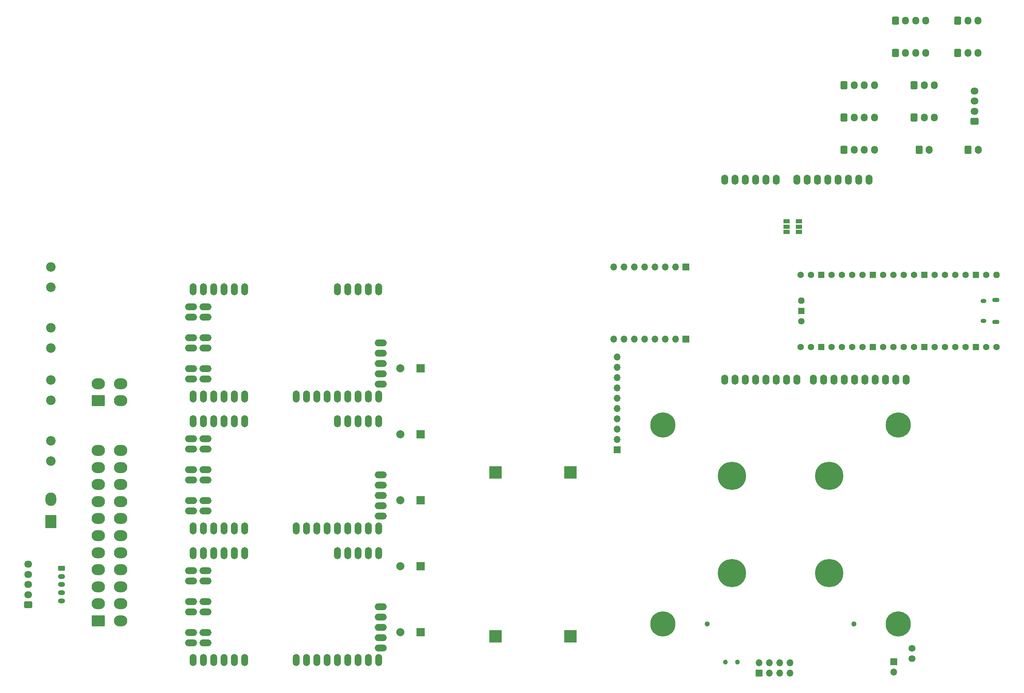
<source format=gbr>
%TF.GenerationSoftware,KiCad,Pcbnew,8.0.3+1*%
%TF.CreationDate,2024-07-23T19:13:49+00:00*%
%TF.ProjectId,OpenMowerMainboard,4f70656e-4d6f-4776-9572-4d61696e626f,rev?*%
%TF.SameCoordinates,Original*%
%TF.FileFunction,Soldermask,Bot*%
%TF.FilePolarity,Negative*%
%FSLAX46Y46*%
G04 Gerber Fmt 4.6, Leading zero omitted, Abs format (unit mm)*
G04 Created by KiCad (PCBNEW 8.0.3+1) date 2024-07-23 19:13:49*
%MOMM*%
%LPD*%
G01*
G04 APERTURE LIST*
G04 Aperture macros list*
%AMRoundRect*
0 Rectangle with rounded corners*
0 $1 Rounding radius*
0 $2 $3 $4 $5 $6 $7 $8 $9 X,Y pos of 4 corners*
0 Add a 4 corners polygon primitive as box body*
4,1,4,$2,$3,$4,$5,$6,$7,$8,$9,$2,$3,0*
0 Add four circle primitives for the rounded corners*
1,1,$1+$1,$2,$3*
1,1,$1+$1,$4,$5*
1,1,$1+$1,$6,$7*
1,1,$1+$1,$8,$9*
0 Add four rect primitives between the rounded corners*
20,1,$1+$1,$2,$3,$4,$5,0*
20,1,$1+$1,$4,$5,$6,$7,0*
20,1,$1+$1,$6,$7,$8,$9,0*
20,1,$1+$1,$8,$9,$2,$3,0*%
%AMFreePoly0*
4,1,26,0.335306,0.780194,0.389950,0.741421,0.741421,0.389950,0.788777,0.314585,0.800000,0.248529,0.800000,-0.248529,0.780194,-0.335306,0.741421,-0.389950,0.389950,-0.741421,0.314585,-0.788777,0.248529,-0.800000,0.000000,-0.800000,-0.248529,-0.800000,-0.335306,-0.780194,-0.389950,-0.741421,-0.741421,-0.389950,-0.788777,-0.314585,-0.800000,-0.248529,-0.800000,0.248529,-0.780194,0.335306,
-0.741421,0.389950,-0.389950,0.741421,-0.314585,0.788777,-0.248529,0.800000,0.248529,0.800000,0.335306,0.780194,0.335306,0.780194,$1*%
G04 Aperture macros list end*
%ADD10RoundRect,0.250001X1.399999X-1.099999X1.399999X1.099999X-1.399999X1.099999X-1.399999X-1.099999X0*%
%ADD11O,3.300000X2.700000*%
%ADD12RoundRect,0.250001X1.099999X1.399999X-1.099999X1.399999X-1.099999X-1.399999X1.099999X-1.399999X0*%
%ADD13O,2.700000X3.300000*%
%ADD14RoundRect,0.250000X-0.600000X-0.725000X0.600000X-0.725000X0.600000X0.725000X-0.600000X0.725000X0*%
%ADD15O,1.700000X1.950000*%
%ADD16RoundRect,0.249999X-0.625001X0.350001X-0.625001X-0.350001X0.625001X-0.350001X0.625001X0.350001X0*%
%ADD17O,1.750000X1.200000*%
%ADD18O,1.700000X3.000000*%
%ADD19O,3.000000X1.700000*%
%ADD20R,2.000000X2.000000*%
%ADD21C,2.000000*%
%ADD22C,6.950000*%
%ADD23C,2.350000*%
%ADD24R,1.700000X1.700000*%
%ADD25O,1.700000X1.700000*%
%ADD26RoundRect,0.250000X0.725000X-0.600000X0.725000X0.600000X-0.725000X0.600000X-0.725000X-0.600000X0*%
%ADD27O,1.950000X1.700000*%
%ADD28R,3.048000X3.048000*%
%ADD29C,6.200000*%
%ADD30C,1.300000*%
%ADD31RoundRect,0.250000X-0.600000X-0.750000X0.600000X-0.750000X0.600000X0.750000X-0.600000X0.750000X0*%
%ADD32O,1.700000X2.000000*%
%ADD33C,1.200000*%
%ADD34O,1.800000X1.100000*%
%ADD35O,1.450000X1.050000*%
%ADD36FreePoly0,270.000000*%
%ADD37C,1.600000*%
%ADD38RoundRect,0.200000X-0.600000X0.600000X-0.600000X-0.600000X0.600000X-0.600000X0.600000X0.600000X0*%
%ADD39C,1.700000*%
%ADD40O,1.727200X2.500000*%
%ADD41R,1.500000X1.000000*%
G04 APERTURE END LIST*
D10*
%TO.C,J1*%
X77596000Y-152333000D03*
D11*
X77596000Y-148133000D03*
X77596000Y-143933000D03*
X77596000Y-139733000D03*
X77596000Y-135533000D03*
X77596000Y-131333000D03*
X77596000Y-127133000D03*
X77596000Y-122933000D03*
X77596000Y-118733000D03*
X77596000Y-114533000D03*
X77596000Y-110333000D03*
X83096000Y-152333000D03*
X83096000Y-148133000D03*
X83096000Y-143933000D03*
X83096000Y-139733000D03*
X83096000Y-135533000D03*
X83096000Y-131333000D03*
X83096000Y-127133000D03*
X83096000Y-122933000D03*
X83096000Y-118733000D03*
X83096000Y-114533000D03*
X83096000Y-110333000D03*
%TD*%
D12*
%TO.C,J3*%
X65900000Y-127869000D03*
D13*
X65900000Y-122369000D03*
%TD*%
D14*
%TO.C,J13*%
X278590000Y-20328000D03*
D15*
X281090000Y-20328000D03*
X283590000Y-20328000D03*
%TD*%
D14*
%TO.C,J14*%
X278590000Y-28295500D03*
D15*
X281090000Y-28295500D03*
X283590000Y-28295500D03*
%TD*%
D14*
%TO.C,J5*%
X273965000Y-4393000D03*
D15*
X276465000Y-4393000D03*
X278965000Y-4393000D03*
X281465000Y-4393000D03*
%TD*%
D14*
%TO.C,J6*%
X273965000Y-12360500D03*
D15*
X276465000Y-12360500D03*
X278965000Y-12360500D03*
X281465000Y-12360500D03*
%TD*%
D14*
%TO.C,J7*%
X261340000Y-20328000D03*
D15*
X263840000Y-20328000D03*
X266340000Y-20328000D03*
X268840000Y-20328000D03*
%TD*%
D14*
%TO.C,J8*%
X261340000Y-28295500D03*
D15*
X263840000Y-28295500D03*
X266340000Y-28295500D03*
X268840000Y-28295500D03*
%TD*%
D14*
%TO.C,J9*%
X261340000Y-36263000D03*
D15*
X263840000Y-36263000D03*
X266340000Y-36263000D03*
X268840000Y-36263000D03*
%TD*%
D14*
%TO.C,J12*%
X289336000Y-12360500D03*
D15*
X291836000Y-12360500D03*
X294336000Y-12360500D03*
%TD*%
D16*
%TO.C,J10*%
X68541000Y-139387000D03*
D17*
X68541000Y-141387000D03*
X68541000Y-143387000D03*
X68541000Y-145387000D03*
X68541000Y-147387000D03*
%TD*%
D14*
%TO.C,J11*%
X289336000Y-4393000D03*
D15*
X291836000Y-4393000D03*
X294336000Y-4393000D03*
%TD*%
D18*
%TO.C,U5*%
X144121000Y-129523000D03*
X141581000Y-129523000D03*
X136501000Y-129523000D03*
X133961000Y-129523000D03*
X131421000Y-129523000D03*
X139041000Y-129523000D03*
X108561000Y-129523000D03*
X108561000Y-103123000D03*
X106021000Y-129523000D03*
X106021000Y-103123000D03*
X128881000Y-129523000D03*
D19*
X147161000Y-126483000D03*
X147161000Y-123943000D03*
X147161000Y-118863000D03*
X147161000Y-116323000D03*
D18*
X146661000Y-103123000D03*
X144121000Y-103123000D03*
X141581000Y-103123000D03*
X139041000Y-103123000D03*
X146661000Y-129523000D03*
D19*
X147161000Y-121403000D03*
D18*
X136501000Y-103123000D03*
X126341000Y-129523000D03*
X103481000Y-129523000D03*
X103481000Y-103123000D03*
X100941000Y-129523000D03*
X100941000Y-103123000D03*
D19*
X103981000Y-109973000D03*
X103981000Y-107433000D03*
X100441000Y-109973000D03*
X100441000Y-107433000D03*
X103981000Y-117593000D03*
X103981000Y-115053000D03*
X100441000Y-117593000D03*
X100441000Y-115053000D03*
D18*
X113641000Y-129523000D03*
X113641000Y-103123000D03*
X111101000Y-129523000D03*
X111101000Y-103123000D03*
D19*
X103981000Y-125213000D03*
X103981000Y-122673000D03*
X100441000Y-125213000D03*
X100441000Y-122673000D03*
%TD*%
D20*
%TO.C,C3*%
X156958400Y-106347995D03*
D21*
X151958400Y-106347995D03*
%TD*%
D22*
%TO.C,MH6*%
X233690000Y-140593000D03*
%TD*%
D23*
%TO.C,F4*%
X65900000Y-85100000D03*
X65900000Y-80100000D03*
X65900000Y-70100000D03*
X65900000Y-65100000D03*
%TD*%
D20*
%TO.C,C2*%
X156958400Y-155154980D03*
D21*
X151958400Y-155154980D03*
%TD*%
D18*
%TO.C,U4*%
X144121000Y-162023000D03*
X141581000Y-162023000D03*
X136501000Y-162023000D03*
X133961000Y-162023000D03*
X131421000Y-162023000D03*
X139041000Y-162023000D03*
X108561000Y-162023000D03*
X108561000Y-135623000D03*
X106021000Y-162023000D03*
X106021000Y-135623000D03*
X128881000Y-162023000D03*
D19*
X147161000Y-158983000D03*
X147161000Y-156443000D03*
X147161000Y-151363000D03*
X147161000Y-148823000D03*
D18*
X146661000Y-135623000D03*
X144121000Y-135623000D03*
X141581000Y-135623000D03*
X139041000Y-135623000D03*
X146661000Y-162023000D03*
D19*
X147161000Y-153903000D03*
D18*
X136501000Y-135623000D03*
X126341000Y-162023000D03*
X103481000Y-162023000D03*
X103481000Y-135623000D03*
X100941000Y-162023000D03*
X100941000Y-135623000D03*
D19*
X103981000Y-142473000D03*
X103981000Y-139933000D03*
X100441000Y-142473000D03*
X100441000Y-139933000D03*
X103981000Y-150093000D03*
X103981000Y-147553000D03*
X100441000Y-150093000D03*
X100441000Y-147553000D03*
D18*
X113641000Y-162023000D03*
X113641000Y-135623000D03*
X111101000Y-162023000D03*
X111101000Y-135623000D03*
D19*
X103981000Y-157713000D03*
X103981000Y-155173000D03*
X100441000Y-157713000D03*
X100441000Y-155173000D03*
%TD*%
D24*
%TO.C,J20*%
X205429200Y-110190800D03*
D25*
X205429200Y-107650800D03*
X205429200Y-105110800D03*
X205429200Y-102570800D03*
X205429200Y-100030800D03*
X205429200Y-97490800D03*
X205429200Y-94950800D03*
X205429200Y-92410800D03*
X205429200Y-89870800D03*
X205429200Y-87330800D03*
%TD*%
D22*
%TO.C,MH7*%
X233690000Y-116593000D03*
%TD*%
D18*
%TO.C,U6*%
X144121000Y-97023000D03*
X141581000Y-97023000D03*
X136501000Y-97023000D03*
X133961000Y-97023000D03*
X131421000Y-97023000D03*
X139041000Y-97023000D03*
X108561000Y-97023000D03*
X108561000Y-70623000D03*
X106021000Y-97023000D03*
X106021000Y-70623000D03*
X128881000Y-97023000D03*
D19*
X147161000Y-93983000D03*
X147161000Y-91443000D03*
X147161000Y-86363000D03*
X147161000Y-83823000D03*
D18*
X146661000Y-70623000D03*
X144121000Y-70623000D03*
X141581000Y-70623000D03*
X139041000Y-70623000D03*
X146661000Y-97023000D03*
D19*
X147161000Y-88903000D03*
D18*
X136501000Y-70623000D03*
X126341000Y-97023000D03*
X103481000Y-97023000D03*
X103481000Y-70623000D03*
X100941000Y-97023000D03*
X100941000Y-70623000D03*
D19*
X103981000Y-77473000D03*
X103981000Y-74933000D03*
X100441000Y-77473000D03*
X100441000Y-74933000D03*
X103981000Y-85093000D03*
X103981000Y-82553000D03*
X100441000Y-85093000D03*
X100441000Y-82553000D03*
D18*
X113641000Y-97023000D03*
X113641000Y-70623000D03*
X111101000Y-97023000D03*
X111101000Y-70623000D03*
D19*
X103981000Y-92713000D03*
X103981000Y-90173000D03*
X100441000Y-92713000D03*
X100441000Y-90173000D03*
%TD*%
D22*
%TO.C,MH5*%
X257690000Y-140593000D03*
%TD*%
D23*
%TO.C,F2*%
X65900000Y-93000000D03*
X65900000Y-98000000D03*
X65900000Y-108000000D03*
X65900000Y-113000000D03*
%TD*%
D20*
%TO.C,C6*%
X156958400Y-138885985D03*
D21*
X151958400Y-138885985D03*
%TD*%
D26*
%TO.C,J4*%
X60346000Y-148383000D03*
D27*
X60346000Y-145883000D03*
X60346000Y-143383000D03*
X60346000Y-140883000D03*
X60346000Y-138383000D03*
%TD*%
D28*
%TO.C,U1*%
X193870000Y-156133000D03*
X175470000Y-156133000D03*
X175470000Y-115733000D03*
X193870000Y-115733000D03*
%TD*%
D29*
%TO.C,MH3*%
X216690000Y-104093000D03*
%TD*%
D30*
%TO.C,J21*%
X227590000Y-153093000D03*
X263790000Y-153093000D03*
%TD*%
D20*
%TO.C,C7*%
X156958400Y-122616990D03*
D21*
X151958400Y-122616990D03*
%TD*%
D20*
%TO.C,C8*%
X156958400Y-90079000D03*
D21*
X151958400Y-90079000D03*
%TD*%
D31*
%TO.C,J18*%
X291910000Y-36263000D03*
D32*
X294410000Y-36263000D03*
%TD*%
D29*
%TO.C,MH4*%
X274690000Y-104093000D03*
%TD*%
D31*
%TO.C,J17*%
X279840000Y-36263000D03*
D32*
X282340000Y-36263000D03*
%TD*%
D26*
%TO.C,J19*%
X293460000Y-29245500D03*
D27*
X293460000Y-26745500D03*
X293460000Y-24245500D03*
X293460000Y-21745500D03*
%TD*%
D33*
%TO.C,SW1*%
X232090000Y-162490500D03*
X235090000Y-162490500D03*
%TD*%
D29*
%TO.C,MH2*%
X216690000Y-153093000D03*
%TD*%
D22*
%TO.C,MH8*%
X257690000Y-116593000D03*
%TD*%
D34*
%TO.C,U11*%
X298726544Y-73230104D03*
D35*
X295696544Y-73530104D03*
X295696544Y-78380104D03*
D34*
X298726544Y-78680104D03*
D36*
X298856544Y-67065104D03*
D37*
X296316544Y-67065104D03*
D38*
X293776544Y-67065104D03*
D37*
X291236544Y-67065104D03*
X288696544Y-67065104D03*
X286156544Y-67065104D03*
X283616544Y-67065104D03*
D38*
X281076544Y-67065104D03*
D37*
X278536544Y-67065104D03*
X275996544Y-67065104D03*
X273456544Y-67065104D03*
X270916544Y-67065104D03*
D38*
X268376544Y-67065104D03*
D37*
X265836544Y-67065104D03*
X263296544Y-67065104D03*
X260756544Y-67065104D03*
X258216544Y-67065104D03*
D38*
X255676544Y-67065104D03*
D37*
X253136544Y-67065104D03*
X250596544Y-67065104D03*
X250596544Y-84845104D03*
X253136544Y-84845104D03*
D38*
X255676544Y-84845104D03*
D37*
X258216544Y-84845104D03*
X260756544Y-84845104D03*
X263296544Y-84845104D03*
X265836544Y-84845104D03*
D38*
X268376544Y-84845104D03*
D37*
X270916544Y-84845104D03*
X273456544Y-84845104D03*
X275996544Y-84845104D03*
X278536544Y-84845104D03*
D38*
X281076544Y-84845104D03*
D37*
X283616544Y-84845104D03*
X286156544Y-84845104D03*
X288696544Y-84845104D03*
X291236544Y-84845104D03*
D38*
X293776544Y-84845104D03*
D37*
X296316544Y-84845104D03*
X298856544Y-84845104D03*
D36*
X250826544Y-73415104D03*
D38*
X250826544Y-75955104D03*
D37*
X250826544Y-78495104D03*
%TD*%
D39*
%TO.C,SW2*%
X278069200Y-161663400D03*
X278069200Y-159123400D03*
%TD*%
D24*
%TO.C,J23*%
X222345000Y-82926000D03*
D25*
X219805000Y-82926000D03*
X217265000Y-82926000D03*
X214725000Y-82926000D03*
X212185000Y-82926000D03*
X209645000Y-82926000D03*
X207105000Y-82926000D03*
X204565000Y-82926000D03*
%TD*%
D24*
%TO.C,J16*%
X222345000Y-65146000D03*
D25*
X219805000Y-65146000D03*
X217265000Y-65146000D03*
X214725000Y-65146000D03*
X212185000Y-65146000D03*
X209645000Y-65146000D03*
X207105000Y-65146000D03*
X204565000Y-65146000D03*
%TD*%
D24*
%TO.C,J22*%
X240390000Y-165193000D03*
D25*
X240390000Y-162653000D03*
X242930000Y-165193000D03*
X242930000Y-162653000D03*
X245470000Y-165193000D03*
X245470000Y-162653000D03*
X248010000Y-165193000D03*
X248010000Y-162653000D03*
%TD*%
D29*
%TO.C,MH1*%
X274690000Y-153093000D03*
%TD*%
D40*
%TO.C,XA1*%
X267450000Y-43633000D03*
X259830000Y-43633000D03*
X257290000Y-43633000D03*
X244590000Y-43633000D03*
X242050000Y-43633000D03*
X239510000Y-43633000D03*
X236970000Y-43633000D03*
X234430000Y-43633000D03*
X231890000Y-43633000D03*
X271514000Y-92893000D03*
X231890000Y-92893000D03*
X234430000Y-92893000D03*
X236970000Y-92893000D03*
X239510000Y-92893000D03*
X242050000Y-92893000D03*
X244590000Y-92893000D03*
X247130000Y-92893000D03*
X249670000Y-92893000D03*
X253734000Y-92893000D03*
X256274000Y-92893000D03*
X258814000Y-92893000D03*
X261354000Y-92893000D03*
X263894000Y-92893000D03*
X266434000Y-92893000D03*
X268974000Y-92893000D03*
X254750000Y-43633000D03*
X252210000Y-43633000D03*
X264910000Y-43633000D03*
X262370000Y-43633000D03*
X276594000Y-92893000D03*
X274054000Y-92893000D03*
X249670000Y-43633000D03*
%TD*%
D10*
%TO.C,J51*%
X77546000Y-98100000D03*
D11*
X77546000Y-93900000D03*
X83046000Y-98100000D03*
X83046000Y-93900000D03*
%TD*%
D41*
%TO.C,JP3*%
X247190000Y-56493000D03*
X247190000Y-55193000D03*
X247190000Y-53893000D03*
%TD*%
D24*
%TO.C,M1*%
X273590000Y-162393000D03*
D25*
X273590000Y-164933000D03*
%TD*%
D41*
%TO.C,JP2*%
X250190000Y-53893000D03*
X250190000Y-55193000D03*
X250190000Y-56493000D03*
%TD*%
M02*

</source>
